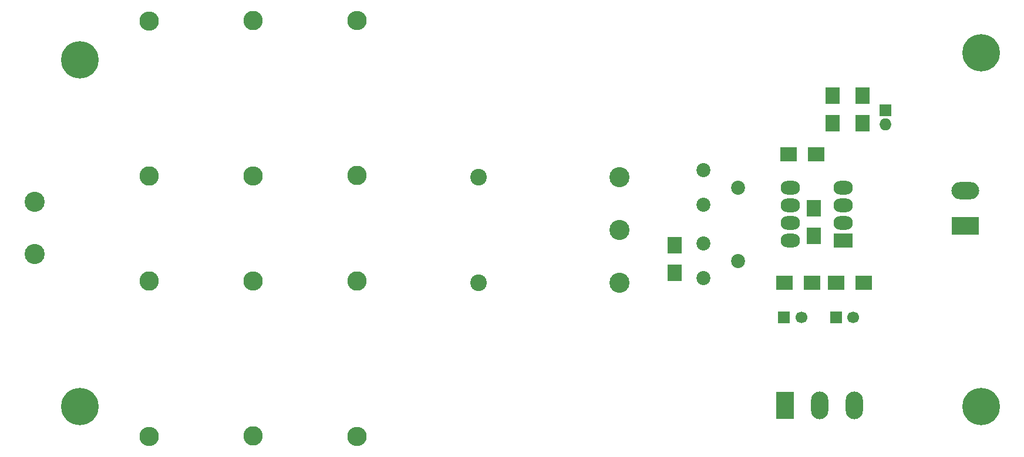
<source format=gbs>
G04 #@! TF.FileFunction,Soldermask,Bot*
%FSLAX46Y46*%
G04 Gerber Fmt 4.6, Leading zero omitted, Abs format (unit mm)*
G04 Created by KiCad (PCBNEW 4.0.6) date 2017 August 08, Tuesday 08:31:32*
%MOMM*%
%LPD*%
G01*
G04 APERTURE LIST*
%ADD10C,0.100000*%
%ADD11R,2.500000X4.000000*%
%ADD12O,2.500000X4.000000*%
%ADD13R,2.800000X2.000000*%
%ADD14O,2.800000X2.000000*%
%ADD15R,1.750000X1.750000*%
%ADD16O,1.750000X1.750000*%
%ADD17R,2.400000X2.000000*%
%ADD18R,2.000000X2.400000*%
%ADD19R,2.100000X2.400000*%
%ADD20R,2.400000X2.100000*%
%ADD21R,4.000000X2.500000*%
%ADD22O,4.000000X2.500000*%
%ADD23C,2.800000*%
%ADD24O,2.800000X2.800000*%
%ADD25C,2.900000*%
%ADD26R,1.700000X1.700000*%
%ADD27C,1.700000*%
%ADD28C,5.400000*%
%ADD29C,2.400000*%
%ADD30C,2.020000*%
G04 APERTURE END LIST*
D10*
D11*
X201676000Y-125831600D03*
D12*
X206676000Y-125831600D03*
X211676000Y-125831600D03*
D13*
X210058000Y-102108000D03*
D14*
X202438000Y-94488000D03*
X210058000Y-99568000D03*
X202438000Y-97028000D03*
X210058000Y-97028000D03*
X202438000Y-99568000D03*
X210058000Y-94488000D03*
X202438000Y-102108000D03*
D15*
X216154000Y-83312000D03*
D16*
X216154000Y-85312000D03*
D17*
X201581000Y-108204000D03*
X205581000Y-108204000D03*
X209074000Y-108204000D03*
X213074000Y-108204000D03*
D18*
X205867000Y-97402900D03*
X205867000Y-101402900D03*
D19*
X208534000Y-85185000D03*
X208534000Y-81185000D03*
X185801000Y-106775000D03*
X185801000Y-102775000D03*
D20*
X202216000Y-89662000D03*
X206216000Y-89662000D03*
D19*
X212852000Y-85185000D03*
X212852000Y-81185000D03*
D21*
X227685600Y-99923600D03*
D22*
X227685600Y-94923600D03*
D23*
X109982000Y-107950000D03*
D24*
X109982000Y-130350000D03*
D23*
X110000000Y-92786200D03*
D24*
X110000000Y-70386200D03*
D23*
X125000000Y-130302000D03*
D24*
X125000000Y-107902000D03*
D23*
X125000000Y-70358000D03*
D24*
X125000000Y-92758000D03*
D23*
X140000000Y-107950000D03*
D24*
X140000000Y-130350000D03*
D23*
X140000000Y-92710000D03*
D24*
X140000000Y-70310000D03*
D25*
X93472000Y-104020000D03*
X93472000Y-96520000D03*
D26*
X201549000Y-113157000D03*
D27*
X204049000Y-113157000D03*
D26*
X209042000Y-113157000D03*
D27*
X211542000Y-113157000D03*
D28*
X230000000Y-75000000D03*
X230000000Y-126000000D03*
X100000000Y-126000000D03*
X100000000Y-76000000D03*
D29*
X157480000Y-108204000D03*
X157480000Y-92964000D03*
D25*
X177800000Y-108204000D03*
X177800000Y-100584000D03*
X177800000Y-92964000D03*
D30*
X189966600Y-91951800D03*
X194966600Y-94451800D03*
X189966600Y-96951800D03*
X189966600Y-102518200D03*
X194966600Y-105018200D03*
X189966600Y-107518200D03*
M02*

</source>
